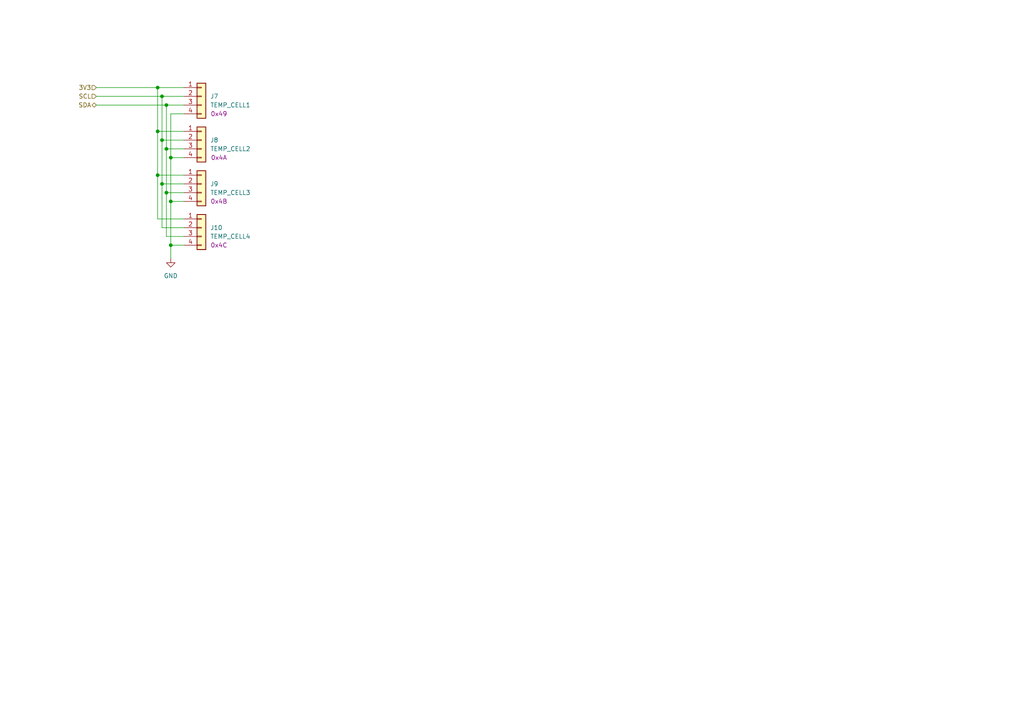
<source format=kicad_sch>
(kicad_sch (version 20231120) (generator "eeschema") (generator_version "8.0")
  (paper "A4")
  (lib_symbols
    (symbol "benediktibk:rspro_header_4pin_3_5mm" (pin_names (offset 1.016) hide)
      (property "Reference" "J" (at 0 5.08 0))
      (property "Value" "rspro_header_4pin_3_5mm" (at 0 -7.62 0))
      (symbol "rspro_header_4pin_3_5mm_1_1"
        (rectangle (start -1.27 -4.953) (end 0 -5.207) (stroke (width 0.1524)))
        (rectangle (start -1.27 -2.413) (end 0 -2.667) (stroke (width 0.1524)))
        (rectangle (start -1.27 0.127) (end 0 -0.127) (stroke (width 0.1524)))
        (rectangle (start -1.27 2.667) (end 0 2.413) (stroke (width 0.1524)))
        (rectangle (start -1.27 3.81) (end 1.27 -6.35) (stroke (width 0.254)) (fill (type background)))
        (pin passive line (at -5.08 2.54 0) (length 3.81) (name "Pin_1") (number "1"))
        (pin passive line (at -5.08 0 0) (length 3.81) (name "Pin_2") (number "2"))
        (pin passive line (at -5.08 -2.54 0) (length 3.81) (name "Pin_3") (number "3"))
        (pin passive line (at -5.08 -5.08 0) (length 3.81) (name "Pin_4") (number "4"))
      )
    )
    (symbol "power:GND" (power) (pin_numbers hide) (pin_names (offset 0) hide)
      (property "Value" "GND" (at 0 -3.81 0))
      (symbol "GND_0_1"
        (polyline (pts (xy 0 0) (xy 0 -1.27) (xy 1.27 -1.27) (xy 0 -2.54) (xy -1.27 -1.27) (xy 0 -1.27)))
      )
      (symbol "GND_1_1"
        (pin power_in line (at 0 0 270) (length 0) (name "~") (number "1"))
      )
    )
  )
  (junction (at 46.99 40.64))
  (junction (at 45.72 50.8))
  (junction (at 46.99 27.94))
  (junction (at 46.99 53.34))
  (junction (at 48.26 30.48))
  (junction (at 45.72 25.4))
  (junction (at 45.72 38.1))
  (junction (at 49.53 45.72))
  (junction (at 49.53 71.12))
  (junction (at 48.26 43.18))
  (junction (at 49.53 58.42))
  (junction (at 48.26 55.88))
  (wire (pts (xy 46.99 53.34) (xy 53.34 53.34)))
  (wire (pts (xy 27.94 27.94) (xy 46.99 27.94)))
  (wire (pts (xy 48.26 55.88) (xy 53.34 55.88)))
  (wire (pts (xy 49.53 45.72) (xy 53.34 45.72)))
  (wire (pts (xy 48.26 30.48) (xy 48.26 43.18)))
  (wire (pts (xy 27.94 30.48) (xy 48.26 30.48)))
  (wire (pts (xy 53.34 33.02) (xy 49.53 33.02)))
  (wire (pts (xy 46.99 40.64) (xy 46.99 53.34)))
  (wire (pts (xy 46.99 66.04) (xy 53.34 66.04)))
  (wire (pts (xy 45.72 38.1) (xy 53.34 38.1)))
  (wire (pts (xy 45.72 38.1) (xy 45.72 50.8)))
  (wire (pts (xy 48.26 43.18) (xy 53.34 43.18)))
  (wire (pts (xy 49.53 45.72) (xy 49.53 58.42)))
  (wire (pts (xy 49.53 71.12) (xy 53.34 71.12)))
  (wire (pts (xy 48.26 68.58) (xy 53.34 68.58)))
  (wire (pts (xy 45.72 25.4) (xy 53.34 25.4)))
  (wire (pts (xy 46.99 53.34) (xy 46.99 66.04)))
  (wire (pts (xy 48.26 55.88) (xy 48.26 68.58)))
  (wire (pts (xy 48.26 30.48) (xy 53.34 30.48)))
  (wire (pts (xy 49.53 58.42) (xy 53.34 58.42)))
  (wire (pts (xy 46.99 40.64) (xy 53.34 40.64)))
  (wire (pts (xy 48.26 43.18) (xy 48.26 55.88)))
  (wire (pts (xy 27.94 25.4) (xy 45.72 25.4)))
  (wire (pts (xy 49.53 33.02) (xy 49.53 45.72)))
  (wire (pts (xy 45.72 50.8) (xy 53.34 50.8)))
  (wire (pts (xy 45.72 50.8) (xy 45.72 63.5)))
  (wire (pts (xy 46.99 27.94) (xy 53.34 27.94)))
  (wire (pts (xy 45.72 25.4) (xy 45.72 38.1)))
  (wire (pts (xy 45.72 63.5) (xy 53.34 63.5)))
  (wire (pts (xy 46.99 27.94) (xy 46.99 40.64)))
  (wire (pts (xy 49.53 71.12) (xy 49.53 74.93)))
  (wire (pts (xy 49.53 58.42) (xy 49.53 71.12)))
  (hierarchical_label "SDA" (shape bidirectional) (at 27.94 30.48 180))
  (hierarchical_label "SCL" (shape input) (at 27.94 27.94 180))
  (hierarchical_label "3V3" (shape input) (at 27.94 25.4 180))
  (symbol (lib_id "benediktibk:rspro_header_4pin_3_5mm") (at 58.42 53.34 0) (unit 1)
    (property "Reference" "J9" (at 60.96 53.34 0) (effects (justify left)))
    (property "Value" "TEMP_CELL3" (at 60.96 55.88 0) (effects (justify left)))
    (property "Footprint" "benediktibk:rspro_header_4pin_3_5mm" (effects (hide yes)))
    (property "Description" "Generic connector, single row, 01x04, script generated (kicad-library-utils/schlib/autogen/connector/)" (effects (hide yes)))
    (property "RS order number" "897-1039" (effects (hide yes)))
    (property "I2C Address" "0x4B" (at 63.5 58.42 0))
  )
  (symbol (lib_id "benediktibk:rspro_header_4pin_3_5mm") (at 58.42 27.94 0) (unit 1)
    (property "Reference" "J7" (at 60.96 27.94 0) (effects (justify left)))
    (property "Value" "TEMP_CELL1" (at 60.96 30.48 0) (effects (justify left)))
    (property "Footprint" "benediktibk:rspro_header_4pin_3_5mm" (effects (hide yes)))
    (property "Description" "Generic connector, single row, 01x04, script generated (kicad-library-utils/schlib/autogen/connector/)" (effects (hide yes)))
    (property "RS order number" "897-1039" (effects (hide yes)))
    (property "I2C Address" "0x49" (at 63.5 33.02 0))
  )
  (symbol (lib_id "benediktibk:rspro_header_4pin_3_5mm") (at 58.42 40.64 0) (unit 1)
    (property "Reference" "J8" (at 60.96 40.64 0) (effects (justify left)))
    (property "Value" "TEMP_CELL2" (at 60.96 43.18 0) (effects (justify left)))
    (property "Footprint" "benediktibk:rspro_header_4pin_3_5mm" (effects (hide yes)))
    (property "Description" "Generic connector, single row, 01x04, script generated (kicad-library-utils/schlib/autogen/connector/)" (effects (hide yes)))
    (property "RS order number" "897-1039" (effects (hide yes)))
    (property "I2C Address" "0x4A" (at 63.5 45.72 0))
  )
  (symbol (lib_id "power:GND") (at 49.53 74.93 0) (unit 1)
    (property "Reference" "#PWR074" (effects (hide yes)))
    (property "Value" "GND" (at 49.53 80.01 0))
    (property "Description" "Power symbol creates a global label with name \"GND\" , ground" (effects (hide yes)))
  )
  (symbol (lib_id "benediktibk:rspro_header_4pin_3_5mm") (at 58.42 66.04 0) (unit 1)
    (property "Reference" "J10" (at 60.96 66.04 0) (effects (justify left)))
    (property "Value" "TEMP_CELL4" (at 60.96 68.58 0) (effects (justify left)))
    (property "Footprint" "benediktibk:rspro_header_4pin_3_5mm" (effects (hide yes)))
    (property "Description" "Generic connector, single row, 01x04, script generated (kicad-library-utils/schlib/autogen/connector/)" (effects (hide yes)))
    (property "RS order number" "897-1039" (effects (hide yes)))
    (property "I2C Address" "0x4C" (at 63.5 71.12 0))
  )
)
</source>
